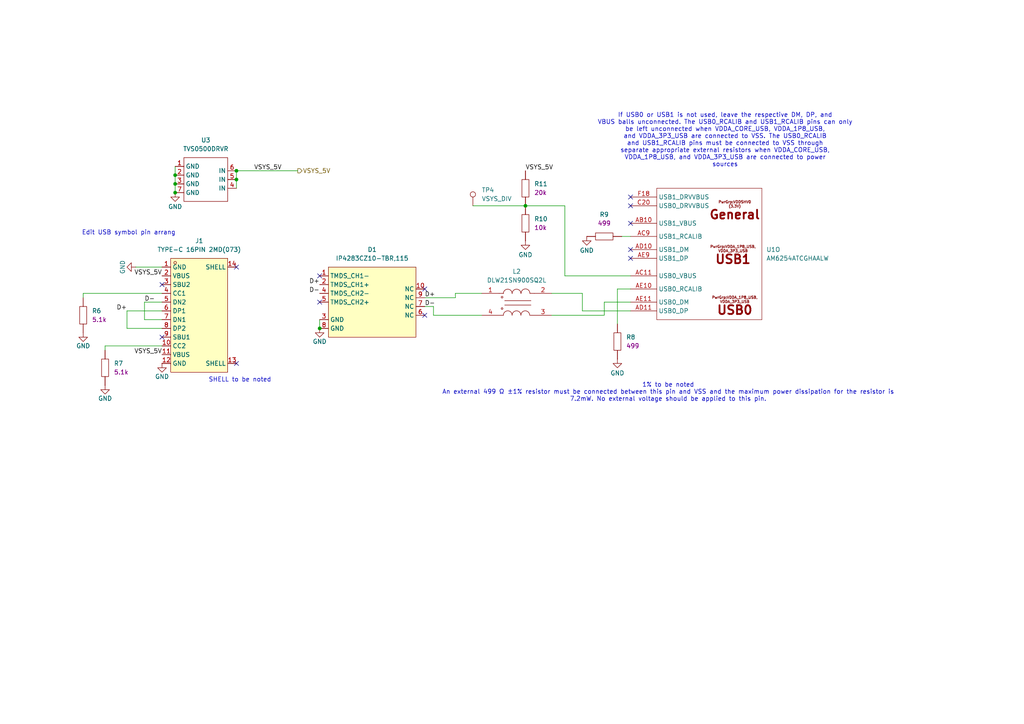
<source format=kicad_sch>
(kicad_sch (version 20250114) (generator "eeschema") (generator_version "9.0")
  (paper "A4")
  (text "Edit USB symbol pin arrang\n" (at 37.338 67.564 0) (effects (font (size 1.27 1.27))))
  (text "If USB0 or USB1 is not used, leave the respective DM, DP, and\nVBUS balls unconnected. The USB0_RCALIB and USB1_RCALIB pins can only\nbe left unconnected when VDDA_CORE_USB, VDDA_1P8_USB,\nand VDDA_3P3_USB are connected to VSS. The USB0_RCALIB\nand USB1_RCALIB pins must be connected to VSS through\nseparate appropriate external resistors when VDDA_CORE_USB,\nVDDA_1P8_USB, and VDDA_3P3_USB are connected to power\nsources" (at 210.312 40.64 0) (effects (font (size 1.27 1.27))))
  (text "SHELL to be noted\n" (at 69.596 110.236 0) (effects (font (size 1.27 1.27))))
  (text "1% to be noted\nAn external 499 Ω ±1% resistor must be connected between this pin and VSS and the maximum power dissipation for the resistor is\n7.2mW. No external voltage should be applied to this pin." (at 193.802 113.792 0) (effects (font (size 1.27 1.27))))
  (junction (at 152.4 59.69))
  (junction (at 68.58 49.53))
  (junction (at 50.8 53.34))
  (junction (at 50.8 55.88))
  (junction (at 68.58 52.07))
  (junction (at 92.71 95.25))
  (junction (at 50.8 50.8))
  (no_connect (at 92.71 80.01))
  (no_connect (at 68.58 77.47))
  (no_connect (at 123.19 83.82))
  (no_connect (at 46.99 82.55))
  (no_connect (at 123.19 91.44))
  (no_connect (at 182.88 74.93))
  (no_connect (at 182.88 59.69))
  (no_connect (at 182.88 57.15))
  (no_connect (at 182.88 64.77))
  (no_connect (at 182.88 72.39))
  (no_connect (at 92.71 87.63))
  (no_connect (at 46.99 97.79))
  (no_connect (at 68.58 105.41))
  (wire (pts (xy 50.8 50.8) (xy 50.8 53.34)))
  (wire (pts (xy 168.91 90.17) (xy 182.88 90.17)))
  (wire (pts (xy 30.48 100.33) (xy 46.99 100.33)))
  (wire (pts (xy 39.37 77.47) (xy 46.99 77.47)))
  (wire (pts (xy 163.83 59.69) (xy 152.4 59.69)))
  (wire (pts (xy 125.73 91.44) (xy 125.73 88.9)))
  (wire (pts (xy 24.13 86.36) (xy 24.13 85.09)))
  (wire (pts (xy 68.58 49.53) (xy 68.58 52.07)))
  (wire (pts (xy 160.02 85.09) (xy 168.91 85.09)))
  (wire (pts (xy 163.83 80.01) (xy 163.83 59.69)))
  (wire (pts (xy 132.08 86.36) (xy 123.19 86.36)))
  (wire (pts (xy 179.07 93.98) (xy 179.07 83.82)))
  (wire (pts (xy 92.71 92.71) (xy 92.71 95.25)))
  (wire (pts (xy 41.91 87.63) (xy 46.99 87.63)))
  (wire (pts (xy 125.73 88.9) (xy 123.19 88.9)))
  (wire (pts (xy 68.58 52.07) (xy 68.58 54.61)))
  (wire (pts (xy 160.02 91.44) (xy 175.26 91.44)))
  (wire (pts (xy 36.83 95.25) (xy 46.99 95.25)))
  (wire (pts (xy 180.34 68.58) (xy 182.88 68.58)))
  (wire (pts (xy 46.99 92.71) (xy 41.91 92.71)))
  (wire (pts (xy 175.26 87.63) (xy 182.88 87.63)))
  (wire (pts (xy 24.13 85.09) (xy 46.99 85.09)))
  (wire (pts (xy 168.91 85.09) (xy 168.91 90.17)))
  (wire (pts (xy 50.8 53.34) (xy 50.8 55.88)))
  (wire (pts (xy 46.99 90.17) (xy 36.83 90.17)))
  (wire (pts (xy 139.7 91.44) (xy 125.73 91.44)))
  (wire (pts (xy 50.8 48.26) (xy 50.8 50.8)))
  (wire (pts (xy 179.07 83.82) (xy 182.88 83.82)))
  (wire (pts (xy 41.91 92.71) (xy 41.91 87.63)))
  (wire (pts (xy 132.08 85.09) (xy 132.08 86.36)))
  (wire (pts (xy 182.88 80.01) (xy 163.83 80.01)))
  (wire (pts (xy 36.83 90.17) (xy 36.83 95.25)))
  (wire (pts (xy 137.16 59.69) (xy 152.4 59.69)))
  (wire (pts (xy 175.26 91.44) (xy 175.26 87.63)))
  (wire (pts (xy 30.48 101.6) (xy 30.48 100.33)))
  (wire (pts (xy 68.58 49.53) (xy 86.36 49.53)))
  (wire (pts (xy 139.7 85.09) (xy 132.08 85.09)))
  (label "VSYS_5V" (at 46.99 102.87 180))
  (label "D-" (at 123.19 88.9 0))
  (label "VSYS_5V" (at 152.4 49.53 0))
  (label "D+" (at 123.19 86.36 0))
  (label "VSYS_5V" (at 73.66 49.53 0))
  (label "D+" (at 92.71 82.55 180))
  (label "D-" (at 92.71 85.09 180))
  (label "D+" (at 36.83 90.17 180))
  (label "VSYS_5V" (at 46.99 80.01 180))
  (label "D-" (at 41.91 87.63 0))
  (hierarchical_label "VSYS_5V" (shape output) (at 86.36 49.53 0))
  (symbol (lib_id "pepy_sym_lib:[RES_SMD_0402_1005Metric]YAGEO RC0402FR-07499RL") (at 175.26 68.58 180) (unit 1)
    (property "Reference" "R9" (at 175.26 62.23 0))
    (property "Value" "RC0402FR-07499RL" (effects (hide yes)))
    (property "Footprint" "pepy_sym_lib:[RES_SMD_0402_1005Metric]" (effects (hide yes)))
    (property "Datasheet" "https://lcsc.com/product-detail/Chip-Resistor-Surface-Mount-UniOhm_0R-0R0-1_C17168.html" (effects (hide yes)))
    (property "Description" "62.5mW Thick Film Resistors 50V ±100ppm/℃ ±1% 499Ω 0402 Chip Resistor - Surface Mount ROHS" (effects (hide yes)))
    (property "LCSC Part" "C137970" (effects (hide yes)))
    (property "Nvalue" "499" (at 175.26 64.77 0))
    (property "Manufacturer" "YAGEO" (effects (hide yes)))
    (property "Package" "0402" (effects (hide yes)))
  )
  (symbol (lib_id "power:GND") (at 39.37 77.47 270) (unit 1)
    (property "Reference" "#PWR06" (effects (hide yes)))
    (property "Value" "GND" (at 35.56 77.47 0))
    (property "Description" "Power symbol creates a global label with name \"GND\" , ground" (effects (hide yes)))
  )
  (symbol (lib_id "pepy_sym_lib:[RES_SMD_0805_2012Metric]UNI-ROYAL(Uniroyal Elec) 0805W8F5101T5E") (at 30.48 106.68 90) (unit 1)
    (property "Reference" "R7" (at 33.02 105.4099 90) (effects (justify right)))
    (property "Value" "0805W8F5101T5E" (effects (hide yes)))
    (property "Footprint" "pepy_sym_lib:[RES_SMD_0805_2012Metric]" (effects (hide yes)))
    (property "Datasheet" "https://lcsc.com/product-detail/Chip-Resistor-Surface-Mount-UniOhm_5-1KR-5101-1_C27834.html" (effects (hide yes)))
    (property "Description" "125mW Thick Film Resistors 150V ±100ppm/℃ ±1% 5.1kΩ 0805 Chip Resistor - Surface Mount ROHS" (effects (hide yes)))
    (property "LCSC Part" "C27834" (effects (hide yes)))
    (property "Nvalue" "5.1k" (at 33.02 107.9499 90) (effects (justify right)))
    (property "Manufacturer" "UNI-ROYAL(Uniroyal Elec)" (effects (hide yes)))
    (property "Package" "0805" (effects (hide yes)))
  )
  (symbol (lib_id "pepy_sym_lib:[RES_SMD_0402_1005Metric]UNI-ROYAL(Uniroyal Elec) 0402WGF2002TCE") (at 152.4 54.61 90) (unit 1)
    (property "Reference" "R11" (at 154.94 53.3399 90) (effects (justify right)))
    (property "Value" "0402WGF2002TCE" (effects (hide yes)))
    (property "Footprint" "pepy_sym_lib:[RES_SMD_0402_1005Metric]" (effects (hide yes)))
    (property "Datasheet" "https://www.lcsc.com/product-detail/Chip-Resistor-Surface-Mount_UNI-ROYAL-Uniroyal-Elec-0402WGF2002TCE_C25765.html" (effects (hide yes)))
    (property "Description" "1/16W Thick Film Resistors 50V ±100ppm/℃ ±1% 20kΩ 0402 Chip Resistor - Surface Mount ROHS" (effects (hide yes)))
    (property "LCSC Part" "C25765" (effects (hide yes)))
    (property "Nvalue" "20k" (at 154.94 55.8799 90) (effects (justify right)))
    (property "Manufacturer" "YAGEO" (effects (hide yes)))
    (property "Package" "0402" (effects (hide yes)))
  )
  (symbol (lib_id "pepy_sym_lib:[ESD_PROT]Nexperia IP4283CZ10-TBR,115") (at 107.95 85.09 0) (unit 1)
    (property "Reference" "D1" (at 107.95 72.39 0))
    (property "Value" "IP4283CZ10-TBR,115" (at 107.95 74.93 0))
    (property "Footprint" "pepy_sym_lib:[ESD_PROT]Nexperia IP4283CZ10-TBR,115" (effects (hide yes)))
    (property "Datasheet" "https://lcsc.com/product-detail/presales_Nexperia-IP4283CZ10-TBR-115_C551514.html" (effects (hide yes)))
    (property "Description" "9.5V 6V 5.5V DFN2510-10 ESD and Surge Protection (TVS/ESD) ROHS" (effects (hide yes)))
    (property "LCSC Part" "C551514" (effects (hide yes)))
    (property "Manufacturer" "Nexperia" (effects (hide yes)))
    (property "Package" "SOT1176-1" (effects (hide yes)))
  )
  (symbol (lib_id "pepy_sym_lib:[USB_C_16P_RA_FEMALE]SHOU HAN TYPE-C 16PIN 2MD(073)") (at 58.42 91.44 0) (unit 1)
    (property "Reference" "J1" (at 57.785 69.85 0))
    (property "Value" "TYPE-C 16PIN 2MD(073)" (at 57.785 72.39 0))
    (property "Footprint" "pepy_sym_lib:[USB_C_16P_RA_FEMALE]SHOU HAN TYPE-C 16PIN 2MD(073)" (effects (hide yes)))
    (property "Datasheet" "https://www.lcsc.com/product-detail/USB-Connectors_SHOU-HAN-TYPE-C-16PIN-2MD-073_C2765186.html" (effects (hide yes)))
    (property "Description" "5A 1 Horizontal attachment 16P Female -25℃~+85℃ Type-C SMD USB Connectors ROHS" (effects (hide yes)))
    (property "LCSC Part" "C2765186" (effects (hide yes)))
    (property "Manufacturer" "SHOU HAN" (effects (hide yes)))
  )
  (symbol (lib_id "pepy_sym_lib:[CPU]Texas Instruments AM6254ATCGHAALW") (at 204.47 54.61 180) (unit 15)
    (property "Reference" "U1" (at 222.25 72.3899 0) (effects (justify right)))
    (property "Value" "AM6254ATCGHAALW" (at 222.25 74.9299 0) (effects (justify right)))
    (property "Footprint" "pepy_sym_lib:[CPU]Texas Instruments AM6254ATCGHAALW" (effects (hide yes)))
    (property "Datasheet" "https://www.ti.com/lit/ds/symlink/am625.pdf?ts=1740314582358&ref_url=https%253A%252F%252Fwww.ti.com%252Fmicrocontrollers-mcus-processors%252Farm-based-processors%252Fproducts.html" (effects (hide yes)))
    (property "Description" "1400MHz FCCSP(ALW)-425 Microcontrollers (MCU/MPU/SOC) ROHS" (effects (hide yes)))
    (property "LCSC Part" "C5218241" (effects (hide yes)))
    (property "Manufacturer" "Texas Instruments" (effects (hide yes)))
  )
  (symbol (lib_id "pepy_sym_lib:[TEST_POINT]TestPoint") (at 137.16 59.69 0) (unit 1) (in_bom no)
    (property "Reference" "TP4" (at 139.7 55.1179 0) (effects (justify left)))
    (property "Value" "VSYS_DIV" (at 139.7 57.6579 0) (effects (justify left)))
    (property "Footprint" "pepy_sym_lib:[TEST_POINT]TestPoint_Pad_D1.0mm" (effects (hide yes)))
    (property "Description" "General test point" (effects (hide yes)))
  )
  (symbol (lib_id "pepy_sym_lib:[ESD_PROT]Texas Instruments TVS0500DRVR") (at 59.69 52.07 0) (unit 1)
    (property "Reference" "U3" (at 59.69 40.64 0))
    (property "Value" "TVS0500DRVR" (at 59.69 43.18 0))
    (property "Footprint" "pepy_sym_lib:[ESD_PROT]Texas Instruments TVS0500DRVR" (effects (hide yes)))
    (property "Datasheet" "https://www.lcsc.com/product-detail/ESD-and-Surge-Protection-TVS-ESD_Texas-Instruments-TVS0500DRVR_C609571.html?s_z=n_TVS0500DRVR" (effects (hide yes)))
    (property "Description" "9.5V 400W 7.5V 5V WSON-6(2x2) ESD and Surge Protection (TVS/ESD) ROHS" (effects (hide yes)))
    (property "LCSC Part" "C609571" (effects (hide yes)))
  )
  (symbol (lib_id "power:GND") (at 24.13 96.52 0) (unit 1)
    (property "Reference" "#PWR08" (effects (hide yes)))
    (property "Value" "GND" (at 24.13 100.33 0))
    (property "Description" "Power symbol creates a global label with name \"GND\" , ground" (effects (hide yes)))
  )
  (symbol (lib_id "power:GND") (at 92.71 95.25 0) (unit 1)
    (property "Reference" "#PWR09" (effects (hide yes)))
    (property "Value" "GND" (at 92.71 99.06 0))
    (property "Description" "Power symbol creates a global label with name \"GND\" , ground" (effects (hide yes)))
  )
  (symbol (lib_id "power:GND") (at 50.8 55.88 0) (unit 1)
    (property "Reference" "#PWR010" (effects (hide yes)))
    (property "Value" "GND" (at 50.8 59.944 0))
    (property "Description" "Power symbol creates a global label with name \"GND\" , ground" (effects (hide yes)))
  )
  (symbol (lib_id "pepy_sym_lib:[RES_SMD_0402_1005Metric]YAGEO RC0402FR-07499RL") (at 179.07 99.06 90) (unit 1)
    (property "Reference" "R8" (at 181.61 97.7899 90) (effects (justify right)))
    (property "Value" "RC0402FR-07499RL" (effects (hide yes)))
    (property "Footprint" "pepy_sym_lib:[RES_SMD_0402_1005Metric]" (effects (hide yes)))
    (property "Datasheet" "https://lcsc.com/product-detail/Chip-Resistor-Surface-Mount-UniOhm_0R-0R0-1_C17168.html" (effects (hide yes)))
    (property "Description" "62.5mW Thick Film Resistors 50V ±100ppm/℃ ±1% 499Ω 0402 Chip Resistor - Surface Mount ROHS" (effects (hide yes)))
    (property "LCSC Part" "C137970" (effects (hide yes)))
    (property "Nvalue" "499" (at 181.61 100.3299 90) (effects (justify right)))
    (property "Manufacturer" "YAGEO" (effects (hide yes)))
    (property "Package" "0402" (effects (hide yes)))
  )
  (symbol (lib_id "pepy_sym_lib:[COMMON_MODE_FILTER]Murata Electronics DLW21SN900SQ2L") (at 149.86 88.9 0) (unit 1)
    (property "Reference" "L2" (at 149.86 78.74 0))
    (property "Value" "DLW21SN900SQ2L" (at 149.86 81.28 0))
    (property "Footprint" "pepy_sym_lib:[COMMON_MODE_FILTER]Murata Electronics DLW21SN900SQ2L" (effects (hide yes)))
    (property "Datasheet" "https://lcsc.com/product-detail/LINE-Filter_muRata_DLW21SN900SQ2L_DLW21SN900SQ2L_C97856.html" (effects (hide yes)))
    (property "Description" "90Ω@100MHz 350mΩ 2 SMD Common Mode Filters ROHS" (effects (hide yes)))
    (property "LCSC Part" "C97856" (effects (hide yes)))
    (property "Manufacturer" " Murata Electronics" (effects (hide yes)))
  )
  (symbol (lib_id "power:GND") (at 30.48 111.76 0) (unit 1)
    (property "Reference" "#PWR07" (effects (hide yes)))
    (property "Value" "GND" (at 30.48 115.57 0))
    (property "Description" "Power symbol creates a global label with name \"GND\" , ground" (effects (hide yes)))
  )
  (symbol (lib_id "power:GND") (at 46.99 105.41 0) (unit 1)
    (property "Reference" "#PWR05" (effects (hide yes)))
    (property "Value" "GND" (at 46.99 109.22 0))
    (property "Description" "Power symbol creates a global label with name \"GND\" , ground" (effects (hide yes)))
  )
  (symbol (lib_id "pepy_sym_lib:[RES_SMD_0805_2012Metric]UNI-ROYAL(Uniroyal Elec) 0805W8F1002T5E") (at 152.4 64.77 90) (unit 1)
    (property "Reference" "R10" (at 154.94 63.4999 90) (effects (justify right)))
    (property "Value" "0805W8F1002T5E" (effects (hide yes)))
    (property "Footprint" "pepy_sym_lib:[RES_SMD_0805_2012Metric]" (effects (hide yes)))
    (property "Datasheet" "https://lcsc.com/product-detail/Chip-Resistor-Surface-Mount-UniOhm_10KR-1002-1_C17414.html" (effects (hide yes)))
    (property "Description" "125mW Thick Film Resistors 150V ±100ppm/℃ ±1% 10kΩ 0805 Chip Resistor - Surface Mount ROHS" (effects (hide yes)))
    (property "LCSC Part" "C17414" (effects (hide yes)))
    (property "Manufacturer" "UNI-ROYAL(Uniroyal Elec)" (effects (hide yes)))
    (property "Package" "0805" (effects (hide yes)))
    (property "Nvalue" "10k" (at 154.94 66.0399 90) (effects (justify right)))
  )
  (symbol (lib_id "pepy_sym_lib:[RES_SMD_0805_2012Metric]UNI-ROYAL(Uniroyal Elec) 0805W8F5101T5E") (at 24.13 91.44 90) (unit 1)
    (property "Reference" "R6" (at 26.67 90.1699 90) (effects (justify right)))
    (property "Value" "0805W8F5101T5E" (effects (hide yes)))
    (property "Footprint" "pepy_sym_lib:[RES_SMD_0805_2012Metric]" (effects (hide yes)))
    (property "Datasheet" "https://lcsc.com/product-detail/Chip-Resistor-Surface-Mount-UniOhm_5-1KR-5101-1_C27834.html" (effects (hide yes)))
    (property "Description" "125mW Thick Film Resistors 150V ±100ppm/℃ ±1% 5.1kΩ 0805 Chip Resistor - Surface Mount ROHS" (effects (hide yes)))
    (property "LCSC Part" "C27834" (effects (hide yes)))
    (property "Nvalue" "5.1k" (at 26.67 92.7099 90) (effects (justify right)))
    (property "Manufacturer" "UNI-ROYAL(Uniroyal Elec)" (effects (hide yes)))
    (property "Package" "0805" (effects (hide yes)))
  )
  (symbol (lib_id "power:GND") (at 179.07 104.14 0) (unit 1)
    (property "Reference" "#PWR011" (effects (hide yes)))
    (property "Value" "GND" (at 179.07 108.204 0))
    (property "Description" "Power symbol creates a global label with name \"GND\" , ground" (effects (hide yes)))
  )
  (symbol (lib_id "power:GND") (at 170.18 68.58 0) (unit 1)
    (property "Reference" "#PWR012" (effects (hide yes)))
    (property "Value" "GND" (at 170.18 72.644 0))
    (property "Description" "Power symbol creates a global label with name \"GND\" , ground" (effects (hide yes)))
  )
  (symbol (lib_id "power:GND") (at 152.4 69.85 0) (unit 1)
    (property "Reference" "#PWR013" (effects (hide yes)))
    (property "Value" "GND" (at 152.4 73.914 0))
    (property "Description" "Power symbol creates a global label with name \"GND\" , ground" (effects (hide yes)))
  )
)
</source>
